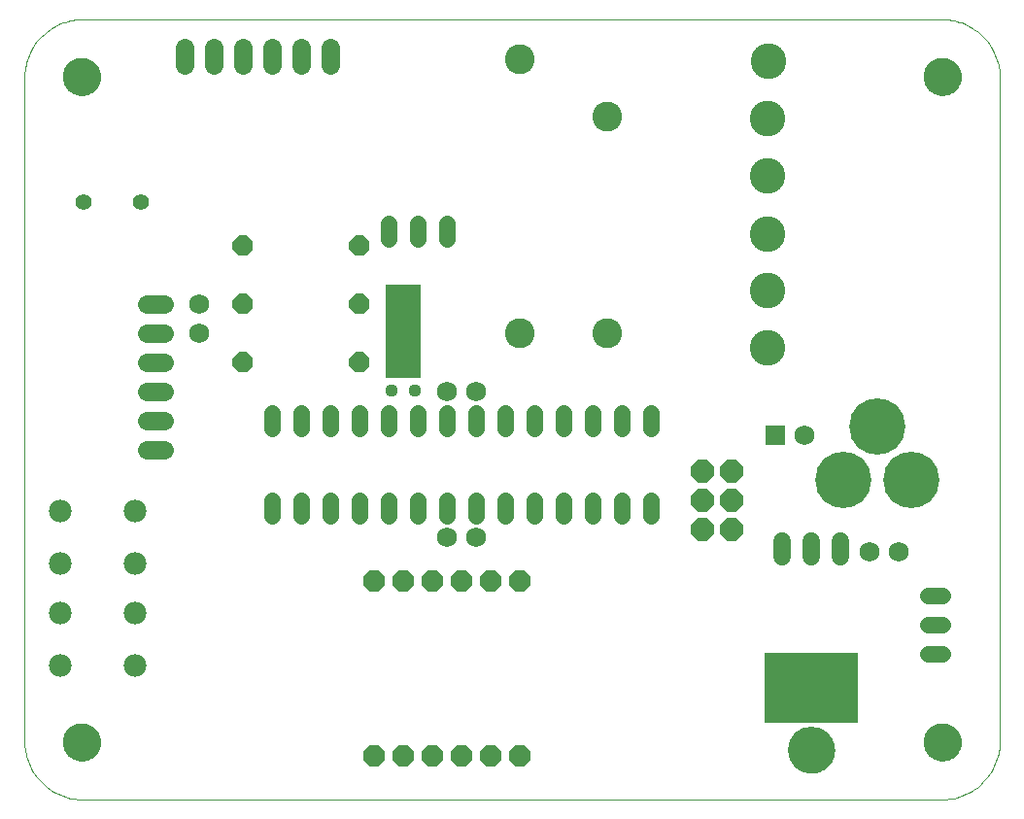
<source format=gts>
G75*
%MOIN*%
%OFA0B0*%
%FSLAX24Y24*%
%IPPOS*%
%LPD*%
%AMOC8*
5,1,8,0,0,1.08239X$1,22.5*
%
%ADD10C,0.0000*%
%ADD11OC8,0.0709*%
%ADD12C,0.0560*%
%ADD13C,0.0690*%
%ADD14OC8,0.0700*%
%ADD15C,0.0780*%
%ADD16C,0.0437*%
%ADD17R,0.1221X0.3190*%
%ADD18C,0.0552*%
%ADD19C,0.1600*%
%ADD20C,0.0590*%
%ADD21R,0.3240X0.2440*%
%ADD22R,0.0690X0.0690*%
%ADD23C,0.1930*%
%ADD24C,0.1024*%
%ADD25C,0.1221*%
%ADD26C,0.1300*%
%ADD27C,0.0640*%
%ADD28OC8,0.0780*%
D10*
X001180Y002680D02*
X001180Y025452D01*
X002519Y025483D02*
X002521Y025533D01*
X002527Y025583D01*
X002537Y025632D01*
X002551Y025680D01*
X002568Y025727D01*
X002589Y025772D01*
X002614Y025816D01*
X002642Y025857D01*
X002674Y025896D01*
X002708Y025933D01*
X002745Y025967D01*
X002785Y025997D01*
X002827Y026024D01*
X002871Y026048D01*
X002917Y026069D01*
X002964Y026085D01*
X003012Y026098D01*
X003062Y026107D01*
X003111Y026112D01*
X003162Y026113D01*
X003212Y026110D01*
X003261Y026103D01*
X003310Y026092D01*
X003358Y026077D01*
X003404Y026059D01*
X003449Y026037D01*
X003492Y026011D01*
X003533Y025982D01*
X003572Y025950D01*
X003608Y025915D01*
X003640Y025877D01*
X003670Y025837D01*
X003697Y025794D01*
X003720Y025750D01*
X003739Y025704D01*
X003755Y025656D01*
X003767Y025607D01*
X003775Y025558D01*
X003779Y025508D01*
X003779Y025458D01*
X003775Y025408D01*
X003767Y025359D01*
X003755Y025310D01*
X003739Y025262D01*
X003720Y025216D01*
X003697Y025172D01*
X003670Y025129D01*
X003640Y025089D01*
X003608Y025051D01*
X003572Y025016D01*
X003533Y024984D01*
X003492Y024955D01*
X003449Y024929D01*
X003404Y024907D01*
X003358Y024889D01*
X003310Y024874D01*
X003261Y024863D01*
X003212Y024856D01*
X003162Y024853D01*
X003111Y024854D01*
X003062Y024859D01*
X003012Y024868D01*
X002964Y024881D01*
X002917Y024897D01*
X002871Y024918D01*
X002827Y024942D01*
X002785Y024969D01*
X002745Y024999D01*
X002708Y025033D01*
X002674Y025070D01*
X002642Y025109D01*
X002614Y025150D01*
X002589Y025194D01*
X002568Y025239D01*
X002551Y025286D01*
X002537Y025334D01*
X002527Y025383D01*
X002521Y025433D01*
X002519Y025483D01*
X001180Y025452D02*
X001182Y025539D01*
X001188Y025626D01*
X001197Y025713D01*
X001210Y025799D01*
X001227Y025885D01*
X001248Y025970D01*
X001273Y026053D01*
X001301Y026136D01*
X001332Y026217D01*
X001367Y026297D01*
X001406Y026375D01*
X001448Y026452D01*
X001493Y026527D01*
X001542Y026599D01*
X001593Y026670D01*
X001648Y026738D01*
X001705Y026803D01*
X001766Y026866D01*
X001829Y026927D01*
X001894Y026984D01*
X001962Y027039D01*
X002033Y027090D01*
X002105Y027139D01*
X002180Y027184D01*
X002257Y027226D01*
X002335Y027265D01*
X002415Y027300D01*
X002496Y027331D01*
X002579Y027359D01*
X002662Y027384D01*
X002747Y027405D01*
X002833Y027422D01*
X002919Y027435D01*
X003006Y027444D01*
X003093Y027450D01*
X003180Y027452D01*
X032645Y027452D01*
X032046Y025483D02*
X032048Y025533D01*
X032054Y025583D01*
X032064Y025632D01*
X032078Y025680D01*
X032095Y025727D01*
X032116Y025772D01*
X032141Y025816D01*
X032169Y025857D01*
X032201Y025896D01*
X032235Y025933D01*
X032272Y025967D01*
X032312Y025997D01*
X032354Y026024D01*
X032398Y026048D01*
X032444Y026069D01*
X032491Y026085D01*
X032539Y026098D01*
X032589Y026107D01*
X032638Y026112D01*
X032689Y026113D01*
X032739Y026110D01*
X032788Y026103D01*
X032837Y026092D01*
X032885Y026077D01*
X032931Y026059D01*
X032976Y026037D01*
X033019Y026011D01*
X033060Y025982D01*
X033099Y025950D01*
X033135Y025915D01*
X033167Y025877D01*
X033197Y025837D01*
X033224Y025794D01*
X033247Y025750D01*
X033266Y025704D01*
X033282Y025656D01*
X033294Y025607D01*
X033302Y025558D01*
X033306Y025508D01*
X033306Y025458D01*
X033302Y025408D01*
X033294Y025359D01*
X033282Y025310D01*
X033266Y025262D01*
X033247Y025216D01*
X033224Y025172D01*
X033197Y025129D01*
X033167Y025089D01*
X033135Y025051D01*
X033099Y025016D01*
X033060Y024984D01*
X033019Y024955D01*
X032976Y024929D01*
X032931Y024907D01*
X032885Y024889D01*
X032837Y024874D01*
X032788Y024863D01*
X032739Y024856D01*
X032689Y024853D01*
X032638Y024854D01*
X032589Y024859D01*
X032539Y024868D01*
X032491Y024881D01*
X032444Y024897D01*
X032398Y024918D01*
X032354Y024942D01*
X032312Y024969D01*
X032272Y024999D01*
X032235Y025033D01*
X032201Y025070D01*
X032169Y025109D01*
X032141Y025150D01*
X032116Y025194D01*
X032095Y025239D01*
X032078Y025286D01*
X032064Y025334D01*
X032054Y025383D01*
X032048Y025433D01*
X032046Y025483D01*
X032645Y027452D02*
X032732Y027450D01*
X032819Y027444D01*
X032906Y027435D01*
X032992Y027422D01*
X033078Y027405D01*
X033163Y027384D01*
X033246Y027359D01*
X033329Y027331D01*
X033410Y027300D01*
X033490Y027265D01*
X033568Y027226D01*
X033645Y027184D01*
X033720Y027139D01*
X033792Y027090D01*
X033863Y027039D01*
X033931Y026984D01*
X033996Y026927D01*
X034059Y026866D01*
X034120Y026803D01*
X034177Y026738D01*
X034232Y026670D01*
X034283Y026599D01*
X034332Y026527D01*
X034377Y026452D01*
X034419Y026375D01*
X034458Y026297D01*
X034493Y026217D01*
X034524Y026136D01*
X034552Y026053D01*
X034577Y025970D01*
X034598Y025885D01*
X034615Y025799D01*
X034628Y025713D01*
X034637Y025626D01*
X034643Y025539D01*
X034645Y025452D01*
X034645Y002680D01*
X032046Y002649D02*
X032048Y002699D01*
X032054Y002749D01*
X032064Y002798D01*
X032078Y002846D01*
X032095Y002893D01*
X032116Y002938D01*
X032141Y002982D01*
X032169Y003023D01*
X032201Y003062D01*
X032235Y003099D01*
X032272Y003133D01*
X032312Y003163D01*
X032354Y003190D01*
X032398Y003214D01*
X032444Y003235D01*
X032491Y003251D01*
X032539Y003264D01*
X032589Y003273D01*
X032638Y003278D01*
X032689Y003279D01*
X032739Y003276D01*
X032788Y003269D01*
X032837Y003258D01*
X032885Y003243D01*
X032931Y003225D01*
X032976Y003203D01*
X033019Y003177D01*
X033060Y003148D01*
X033099Y003116D01*
X033135Y003081D01*
X033167Y003043D01*
X033197Y003003D01*
X033224Y002960D01*
X033247Y002916D01*
X033266Y002870D01*
X033282Y002822D01*
X033294Y002773D01*
X033302Y002724D01*
X033306Y002674D01*
X033306Y002624D01*
X033302Y002574D01*
X033294Y002525D01*
X033282Y002476D01*
X033266Y002428D01*
X033247Y002382D01*
X033224Y002338D01*
X033197Y002295D01*
X033167Y002255D01*
X033135Y002217D01*
X033099Y002182D01*
X033060Y002150D01*
X033019Y002121D01*
X032976Y002095D01*
X032931Y002073D01*
X032885Y002055D01*
X032837Y002040D01*
X032788Y002029D01*
X032739Y002022D01*
X032689Y002019D01*
X032638Y002020D01*
X032589Y002025D01*
X032539Y002034D01*
X032491Y002047D01*
X032444Y002063D01*
X032398Y002084D01*
X032354Y002108D01*
X032312Y002135D01*
X032272Y002165D01*
X032235Y002199D01*
X032201Y002236D01*
X032169Y002275D01*
X032141Y002316D01*
X032116Y002360D01*
X032095Y002405D01*
X032078Y002452D01*
X032064Y002500D01*
X032054Y002549D01*
X032048Y002599D01*
X032046Y002649D01*
X032645Y000680D02*
X032732Y000682D01*
X032819Y000688D01*
X032906Y000697D01*
X032992Y000710D01*
X033078Y000727D01*
X033163Y000748D01*
X033246Y000773D01*
X033329Y000801D01*
X033410Y000832D01*
X033490Y000867D01*
X033568Y000906D01*
X033645Y000948D01*
X033720Y000993D01*
X033792Y001042D01*
X033863Y001093D01*
X033931Y001148D01*
X033996Y001205D01*
X034059Y001266D01*
X034120Y001329D01*
X034177Y001394D01*
X034232Y001462D01*
X034283Y001533D01*
X034332Y001605D01*
X034377Y001680D01*
X034419Y001757D01*
X034458Y001835D01*
X034493Y001915D01*
X034524Y001996D01*
X034552Y002079D01*
X034577Y002162D01*
X034598Y002247D01*
X034615Y002333D01*
X034628Y002419D01*
X034637Y002506D01*
X034643Y002593D01*
X034645Y002680D01*
X032645Y000680D02*
X003180Y000680D01*
X002519Y002649D02*
X002521Y002699D01*
X002527Y002749D01*
X002537Y002798D01*
X002551Y002846D01*
X002568Y002893D01*
X002589Y002938D01*
X002614Y002982D01*
X002642Y003023D01*
X002674Y003062D01*
X002708Y003099D01*
X002745Y003133D01*
X002785Y003163D01*
X002827Y003190D01*
X002871Y003214D01*
X002917Y003235D01*
X002964Y003251D01*
X003012Y003264D01*
X003062Y003273D01*
X003111Y003278D01*
X003162Y003279D01*
X003212Y003276D01*
X003261Y003269D01*
X003310Y003258D01*
X003358Y003243D01*
X003404Y003225D01*
X003449Y003203D01*
X003492Y003177D01*
X003533Y003148D01*
X003572Y003116D01*
X003608Y003081D01*
X003640Y003043D01*
X003670Y003003D01*
X003697Y002960D01*
X003720Y002916D01*
X003739Y002870D01*
X003755Y002822D01*
X003767Y002773D01*
X003775Y002724D01*
X003779Y002674D01*
X003779Y002624D01*
X003775Y002574D01*
X003767Y002525D01*
X003755Y002476D01*
X003739Y002428D01*
X003720Y002382D01*
X003697Y002338D01*
X003670Y002295D01*
X003640Y002255D01*
X003608Y002217D01*
X003572Y002182D01*
X003533Y002150D01*
X003492Y002121D01*
X003449Y002095D01*
X003404Y002073D01*
X003358Y002055D01*
X003310Y002040D01*
X003261Y002029D01*
X003212Y002022D01*
X003162Y002019D01*
X003111Y002020D01*
X003062Y002025D01*
X003012Y002034D01*
X002964Y002047D01*
X002917Y002063D01*
X002871Y002084D01*
X002827Y002108D01*
X002785Y002135D01*
X002745Y002165D01*
X002708Y002199D01*
X002674Y002236D01*
X002642Y002275D01*
X002614Y002316D01*
X002589Y002360D01*
X002568Y002405D01*
X002551Y002452D01*
X002537Y002500D01*
X002527Y002549D01*
X002521Y002599D01*
X002519Y002649D01*
X001180Y002680D02*
X001182Y002593D01*
X001188Y002506D01*
X001197Y002419D01*
X001210Y002333D01*
X001227Y002247D01*
X001248Y002162D01*
X001273Y002079D01*
X001301Y001996D01*
X001332Y001915D01*
X001367Y001835D01*
X001406Y001757D01*
X001448Y001680D01*
X001493Y001605D01*
X001542Y001533D01*
X001593Y001462D01*
X001648Y001394D01*
X001705Y001329D01*
X001766Y001266D01*
X001829Y001205D01*
X001894Y001148D01*
X001962Y001093D01*
X002033Y001042D01*
X002105Y000993D01*
X002180Y000948D01*
X002257Y000906D01*
X002335Y000867D01*
X002415Y000832D01*
X002496Y000801D01*
X002579Y000773D01*
X002662Y000748D01*
X002747Y000727D01*
X002833Y000710D01*
X002919Y000697D01*
X003006Y000688D01*
X003093Y000682D01*
X003180Y000680D01*
X027400Y002380D02*
X027402Y002436D01*
X027408Y002491D01*
X027418Y002546D01*
X027432Y002600D01*
X027449Y002653D01*
X027470Y002704D01*
X027495Y002754D01*
X027524Y002802D01*
X027556Y002847D01*
X027591Y002891D01*
X027628Y002932D01*
X027669Y002969D01*
X027713Y003004D01*
X027758Y003036D01*
X027806Y003065D01*
X027856Y003090D01*
X027907Y003111D01*
X027960Y003128D01*
X028014Y003142D01*
X028069Y003152D01*
X028124Y003158D01*
X028180Y003160D01*
X028236Y003158D01*
X028291Y003152D01*
X028346Y003142D01*
X028400Y003128D01*
X028453Y003111D01*
X028504Y003090D01*
X028554Y003065D01*
X028602Y003036D01*
X028647Y003004D01*
X028691Y002969D01*
X028732Y002932D01*
X028769Y002891D01*
X028804Y002847D01*
X028836Y002802D01*
X028865Y002754D01*
X028890Y002704D01*
X028911Y002653D01*
X028928Y002600D01*
X028942Y002546D01*
X028952Y002491D01*
X028958Y002436D01*
X028960Y002380D01*
X028958Y002324D01*
X028952Y002269D01*
X028942Y002214D01*
X028928Y002160D01*
X028911Y002107D01*
X028890Y002056D01*
X028865Y002006D01*
X028836Y001958D01*
X028804Y001913D01*
X028769Y001869D01*
X028732Y001828D01*
X028691Y001791D01*
X028647Y001756D01*
X028602Y001724D01*
X028554Y001695D01*
X028504Y001670D01*
X028453Y001649D01*
X028400Y001632D01*
X028346Y001618D01*
X028291Y001608D01*
X028236Y001602D01*
X028180Y001600D01*
X028124Y001602D01*
X028069Y001608D01*
X028014Y001618D01*
X027960Y001632D01*
X027907Y001649D01*
X027856Y001670D01*
X027806Y001695D01*
X027758Y001724D01*
X027713Y001756D01*
X027669Y001791D01*
X027628Y001828D01*
X027591Y001869D01*
X027556Y001913D01*
X027524Y001958D01*
X027495Y002006D01*
X027470Y002056D01*
X027449Y002107D01*
X027432Y002160D01*
X027418Y002214D01*
X027408Y002269D01*
X027402Y002324D01*
X027400Y002380D01*
D11*
X018180Y002180D03*
X017180Y002180D03*
X016180Y002180D03*
X015180Y002180D03*
X014180Y002180D03*
X013180Y002180D03*
X013180Y008180D03*
X014180Y008180D03*
X015180Y008180D03*
X016180Y008180D03*
X017180Y008180D03*
X018180Y008180D03*
D12*
X017680Y010420D02*
X017680Y010940D01*
X016680Y010940D02*
X016680Y010420D01*
X015680Y010420D02*
X015680Y010940D01*
X014680Y010940D02*
X014680Y010420D01*
X013680Y010420D02*
X013680Y010940D01*
X012680Y010940D02*
X012680Y010420D01*
X011680Y010420D02*
X011680Y010940D01*
X010680Y010940D02*
X010680Y010420D01*
X009680Y010420D02*
X009680Y010940D01*
X009680Y013420D02*
X009680Y013940D01*
X010680Y013940D02*
X010680Y013420D01*
X011680Y013420D02*
X011680Y013940D01*
X012680Y013940D02*
X012680Y013420D01*
X013680Y013420D02*
X013680Y013940D01*
X014680Y013940D02*
X014680Y013420D01*
X015680Y013420D02*
X015680Y013940D01*
X016680Y013940D02*
X016680Y013420D01*
X017680Y013420D02*
X017680Y013940D01*
X018680Y013940D02*
X018680Y013420D01*
X019680Y013420D02*
X019680Y013940D01*
X020680Y013940D02*
X020680Y013420D01*
X021680Y013420D02*
X021680Y013940D01*
X022680Y013940D02*
X022680Y013420D01*
X022680Y010940D02*
X022680Y010420D01*
X021680Y010420D02*
X021680Y010940D01*
X020680Y010940D02*
X020680Y010420D01*
X019680Y010420D02*
X019680Y010940D01*
X018680Y010940D02*
X018680Y010420D01*
X015680Y019920D02*
X015680Y020440D01*
X014680Y020440D02*
X014680Y019920D01*
X013680Y019920D02*
X013680Y020440D01*
X032170Y007680D02*
X032690Y007680D01*
X032690Y006680D02*
X032170Y006680D01*
X032170Y005680D02*
X032690Y005680D01*
D13*
X031180Y009180D03*
X030180Y009180D03*
X027930Y013180D03*
X016680Y014680D03*
X015680Y014680D03*
X015680Y009680D03*
X016680Y009680D03*
X007180Y016680D03*
X007180Y017680D03*
D14*
X008680Y017680D03*
X008680Y019680D03*
X012680Y019680D03*
X012680Y017680D03*
X012680Y015680D03*
X008680Y015680D03*
D15*
X004960Y010570D03*
X004960Y008790D03*
X004960Y007070D03*
X004960Y005290D03*
X002400Y005290D03*
X002400Y007070D03*
X002400Y008790D03*
X002400Y010570D03*
D16*
X013786Y014708D03*
X014574Y014708D03*
D17*
X014180Y016755D03*
D18*
X005164Y021180D03*
X003196Y021180D03*
D19*
X028180Y002380D03*
D20*
X028180Y009005D02*
X028180Y009555D01*
X027180Y009555D02*
X027180Y009005D01*
X029180Y009005D02*
X029180Y009555D01*
D21*
X028180Y004505D03*
D22*
X026930Y013180D03*
D23*
X029273Y011641D03*
X031595Y011641D03*
X030454Y013491D03*
D24*
X021180Y016680D03*
X018180Y016680D03*
X021180Y024121D03*
X018180Y026089D03*
D25*
X026719Y026007D03*
X026680Y024038D03*
X026680Y022070D03*
X026680Y020062D03*
X026680Y018133D03*
X026680Y016164D03*
D26*
X032676Y025483D03*
X032676Y002649D03*
X003149Y002649D03*
X003149Y025483D03*
D27*
X006680Y025880D02*
X006680Y026480D01*
X007680Y026480D02*
X007680Y025880D01*
X008680Y025880D02*
X008680Y026480D01*
X009680Y026480D02*
X009680Y025880D01*
X010680Y025880D02*
X010680Y026480D01*
X011680Y026480D02*
X011680Y025880D01*
X005980Y017680D02*
X005380Y017680D01*
X005380Y016680D02*
X005980Y016680D01*
X005980Y015680D02*
X005380Y015680D01*
X005380Y014680D02*
X005980Y014680D01*
X005980Y013680D02*
X005380Y013680D01*
X005380Y012680D02*
X005980Y012680D01*
D28*
X024430Y011930D03*
X025430Y011930D03*
X025430Y010930D03*
X024430Y010930D03*
X024430Y009930D03*
X025430Y009930D03*
M02*

</source>
